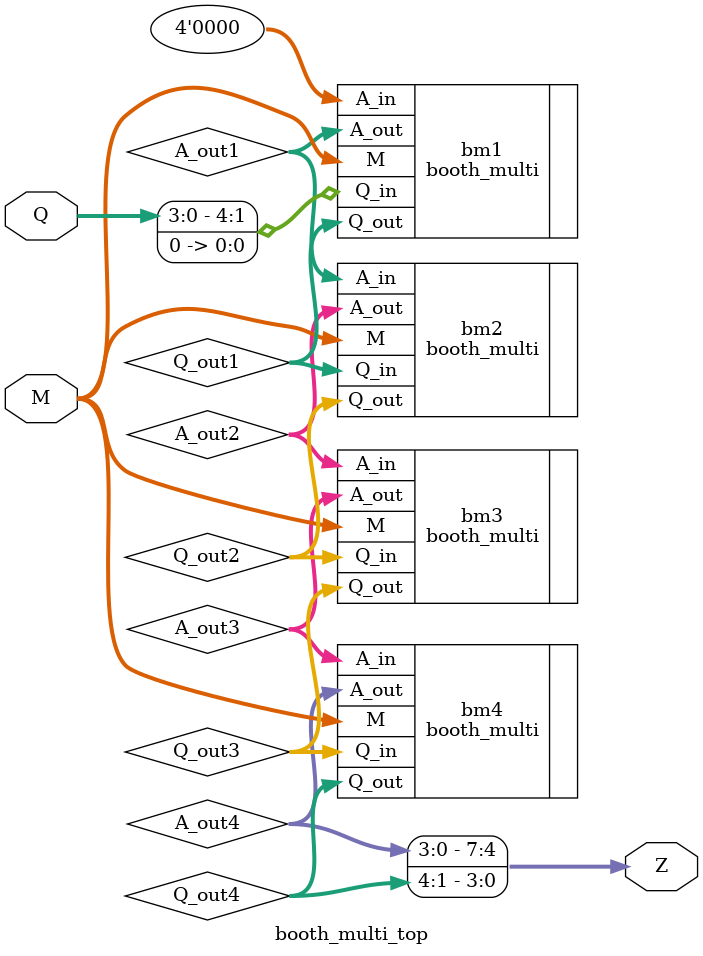
<source format=v>
module booth_multi_top(M,Q,Z);
  input [3:0] M, Q;
  output [7:0] Z;
  
  wire [3:0] A_out1;
  wire [4:0] Q_out1;
  
  booth_multi bm1(
  .A_in(4'b0000),
  .M(M),
  .Q_in({Q,1'b0}),
  .A_out(A_out1),
  .Q_out(Q_out1)
  );
  
  wire [3:0] A_out2;
  wire [4:0] Q_out2;
  
  booth_multi bm2(
  .A_in(A_out1),
  .M(M),
  .Q_in(Q_out1),
  .A_out(A_out2),
  .Q_out(Q_out2)
  );
  
  wire [3:0] A_out3;
  wire [4:0] Q_out3;
  
  booth_multi bm3(
  .A_in(A_out2),
  .M(M),
  .Q_in(Q_out2),
  .A_out(A_out3),
  .Q_out(Q_out3)
  );
  
  wire [3:0] A_out4;
  wire [4:0] Q_out4;
  
  booth_multi bm4(
  .A_in(A_out3),
  .M(M),
  .Q_in(Q_out3),
  .A_out(A_out4),
  .Q_out(Q_out4)
  );
  
  assign Z = {A_out4,Q_out4[4:1]};
   
endmodule

</source>
